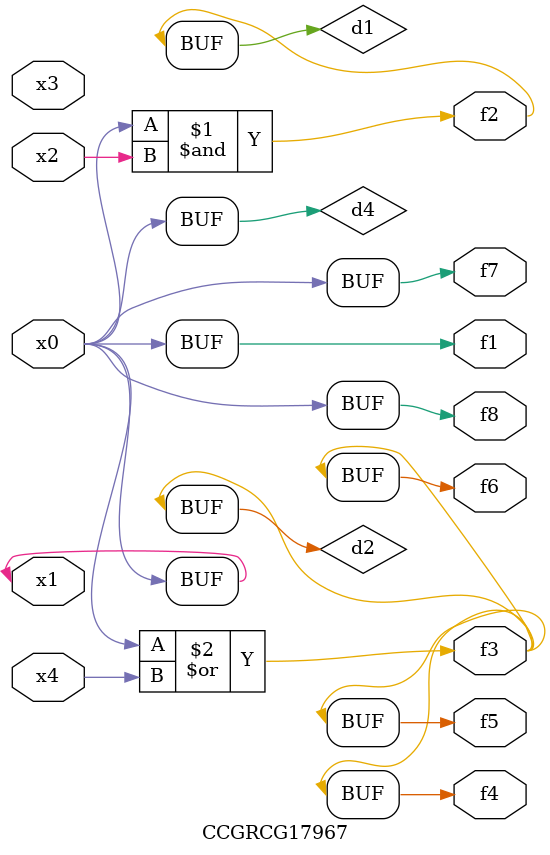
<source format=v>
module CCGRCG17967(
	input x0, x1, x2, x3, x4,
	output f1, f2, f3, f4, f5, f6, f7, f8
);

	wire d1, d2, d3, d4;

	and (d1, x0, x2);
	or (d2, x0, x4);
	nand (d3, x0, x2);
	buf (d4, x0, x1);
	assign f1 = d4;
	assign f2 = d1;
	assign f3 = d2;
	assign f4 = d2;
	assign f5 = d2;
	assign f6 = d2;
	assign f7 = d4;
	assign f8 = d4;
endmodule

</source>
